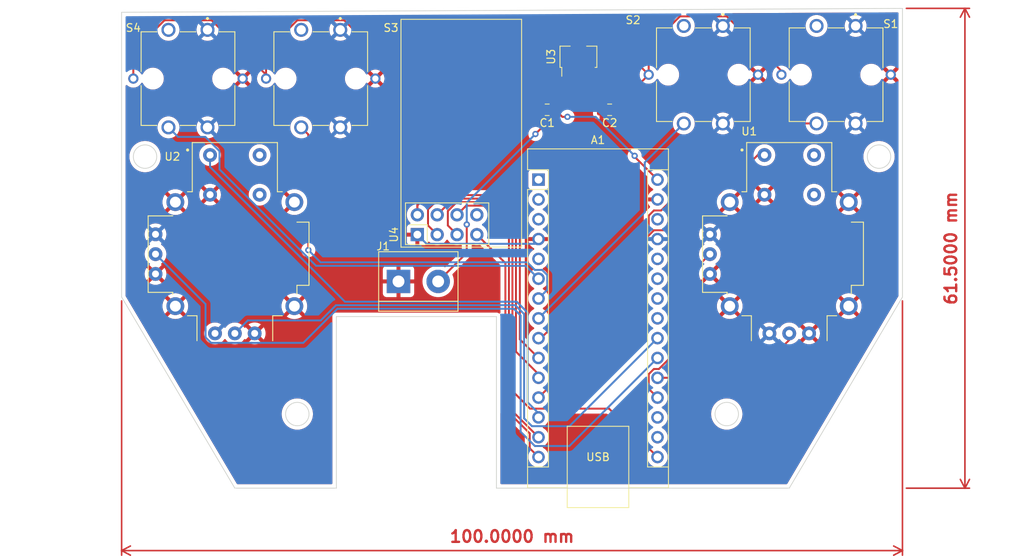
<source format=kicad_pcb>
(kicad_pcb (version 20211014) (generator pcbnew)
  (layers (0 "F.Cu" signal) (31 "B.Cu" signal) (34 "B.Paste" user) (35 "F.Paste" user) (36 "B.SilkS" user "B.Silkscreen") (37 "F.SilkS" user "F.Silkscreen") (38 "B.Mask" user) (39 "F.Mask" user) (44 "Edge.Cuts" user))
  (net 0 "")
  (net 4 "GND")
  (net 6 "/D3")
  (net 7 "/D4")
  (net 8 "/D5")
  (net 9 "/D6")
  (net 10 "/D7")
  (net 11 "/D8")
  (net 12 "/D9")
  (net 13 "/D10")
  (net 14 "/D11")
  (net 15 "/D12")
  (net 16 "/D13")
  (net 19 "/A0")
  (net 20 "/A1")
  (net 21 "/A2")
  (net 22 "/A3")
  (net 27 "+5V")
  (net 29 "+6V")
  (net 30 "+3V3")
  (footprint "TSD1265:SW_TSD1265" (layer "F.Cu") (at 137 79)
    (fp_text reference "S3" (at 9 -6.5) (layer "F.SilkS"))
    (fp_text value "TSD1265")
    (fp_line (start 4 6) (end 6 6) (layer "F.SilkS") (width 0.127))
    (fp_line (start -6 0.9) (end -6 6) (layer "F.SilkS") (width 0.127))
    (fp_line (start 1 -6) (end -1 -6) (layer "F.SilkS") (width 0.127))
    (fp_line (start 6 -0.9) (end 6 -6) (layer "F.SilkS") (width 0.127))
    (fp_line (start -1 6) (end 1 6) (layer "F.SilkS") (width 0.127))
    (fp_line (start -6 6) (end -4 6) (layer "F.SilkS") (width 0.127))
    (fp_line (start 6 -6) (end 4 -6) (layer "F.SilkS") (width 0.127))
    (fp_line (start -6 -6) (end -6 -0.9) (layer "F.SilkS") (width 0.127))
    (fp_line (start -4 -6) (end -6 -6) (layer "F.SilkS") (width 0.127))
    (fp_line (start 6 6) (end 6 0.9) (layer "F.SilkS") (width 0.127))
    (fp_circle (center 2.5 -7.7) (end 2.6 -7.7) (layer "F.SilkS") (width 0.2) (fill none))
    (pad "" np_thru_hole circle locked (at 4.5 0) (size 1.8 1.8) (drill 1.8) (layers *.Cu *.Mask))
    (pad "" np_thru_hole circle locked (at -4.5 0) (size 1.8 1.8) (drill 1.8) (layers *.Cu *.Mask))
    (pad "A" thru_hole circle locked (at -2.5 -6.25) (size 1.8 1.8) (drill 1.2) (layers *.Cu *.Mask) (net 7 "/D4"))
    (pad "B" thru_hole circle locked (at 2.5 -6.25) (size 1.8 1.8) (drill 1.2) (layers *.Cu *.Mask) (net 27 "+5V"))
    (pad "C" thru_hole circle locked (at -2.5 6.25) (size 1.8 1.8) (drill 1.2) (layers *.Cu *.Mask) (net 7 "/D4"))
    (pad "D" thru_hole circle locked (at 2.5 6.25) (size 1.8 1.8) (drill 1.2) (layers *.Cu *.Mask) (net 27 "+5V"))
    (pad "E" thru_hole circle locked (at -7 0) (size 1.308 1.308) (drill 0.8) (layers *.Cu *.Mask) (net 30 "+3V3"))
    (pad "F" thru_hole circle locked (at 7 0) (size 1.308 1.308) (drill 0.8) (layers *.Cu *.Mask) (net 4 "GND"))
  )
  (footprint "TerminalBlock:TerminalBlock_bornier-2_P5.08mm" (layer "F.Cu") (at 146.96 105)
    (fp_text reference "J1" (at -1.96 -4.5) (layer "F.SilkS"))
    (fp_text value "BATT 6V")
    (fp_line (start -2.54 -3.81) (end -2.54 3.81) (layer "F.SilkS") (width 0.12))
    (fp_line (start -2.54 3.81) (end 7.62 3.81) (layer "F.SilkS") (width 0.12))
    (fp_line (start 7.62 2.54) (end -2.54 2.54) (layer "F.SilkS") (width 0.12))
    (fp_line (start 7.62 3.81) (end 7.62 -3.81) (layer "F.SilkS") (width 0.12))
    (fp_line (start 7.62 -3.81) (end -2.54 -3.81) (layer "F.SilkS") (width 0.12))
    (pad "1" thru_hole rect (at 0 0) (size 3 3) (drill 1.52) (layers *.Cu *.Mask) (net 4 "GND"))
    (pad "2" thru_hole circle (at 5.08 0) (size 3 3) (drill 1.52) (layers *.Cu *.Mask) (net 29 "+6V"))
  )
  (footprint "RF_Module:nRF24L01_Breakout" (layer "F.Cu") (at 149.375 99 90)
    (fp_text reference "U4" (at 0 -3 90) (layer "F.SilkS"))
    (fp_text value "NRF24L01_Breakout")
    (fp_line (start 1.27 -1.016) (end 1.27 1.27) (layer "F.SilkS") (width 0.12))
    (fp_line (start -1.6 13.35) (end -1.6 -2.1) (layer "F.SilkS") (width 0.12))
    (fp_line (start -1.6 -2.1) (end -1.6 -2.1) (layer "F.SilkS") (width 0.12))
    (fp_line (start 4.064 -1.524) (end 4.064 9.144) (layer "F.SilkS") (width 0.12))
    (fp_line (start 27.6 -2.1) (end 27.6 13.35) (layer "F.SilkS") (width 0.12))
    (fp_line (start 4.064 9.144) (end -1.27 9.144) (layer "F.SilkS") (width 0.12))
    (fp_line (start 1.27 1.27) (end -1.016 1.27) (layer "F.SilkS") (width 0.12))
    (fp_line (start -1.27 9.144) (end -1.27 9.144) (layer "F.SilkS") (width 0.12))
    (fp_line (start -1.016 1.27) (end -1.016 1.27) (layer "F.SilkS") (width 0.12))
    (fp_line (start -1.6 -2.1) (end 27.6 -2.1) (layer "F.SilkS") (width 0.12))
    (fp_line (start -1.27 -1.524) (end 4.064 -1.524) (layer "F.SilkS") (width 0.12))
    (fp_line (start 27.6 13.35) (end -1.6 13.35) (layer "F.SilkS") (width 0.12))
    (fp_line (start -1.27 9.144) (end -1.27 -1.524) (layer "F.SilkS") (width 0.12))
    (fp_line (start -1.27 -1.524) (end -1.27 -1.524) (layer "F.SilkS") (width 0.12))
    (pad "1" thru_hole rect (at 0 0 90) (size 1.7 1.7) (drill 1) (layers *.Cu *.Mask) (net 4 "GND"))
    (pad "2" thru_hole circle (at 2.54 0 90) (size 1.7 1.7) (drill 1) (layers *.Cu *.Mask) (net 30 "+3V3"))
    (pad "3" thru_hole circle (at 0 2.54 90) (size 1.7 1.7) (drill 1) (layers *.Cu *.Mask) (net 10 "/D7"))
    (pad "4" thru_hole circle (at 2.54 2.54 90) (size 1.7 1.7) (drill 1) (layers *.Cu *.Mask) (net 11 "/D8"))
    (pad "5" thru_hole circle (at 0 5.08 90) (size 1.7 1.7) (drill 1) (layers *.Cu *.Mask) (net 16 "/D13"))
    (pad "6" thru_hole circle (at 2.54 5.08 90) (size 1.7 1.7) (drill 1) (layers *.Cu *.Mask) (net 14 "/D11"))
    (pad "7" thru_hole circle (at 0 7.62 90) (size 1.7 1.7) (drill 1) (layers *.Cu *.Mask) (net 15 "/D12"))
    (pad "8" thru_hole circle (at 2.54 7.62 90) (size 1.7 1.7) (drill 1) (layers *.Cu *.Mask))
  )
  (footprint "Package_TO_SOT_SMD:SOT-89-3_Handsoldering" (layer "F.Cu") (at 170 76.5 90)
    (fp_text reference "U3" (at 0.3 -3.5 90) (layer "F.SilkS"))
    (fp_text value "AZ1117-3.3")
    (fp_line (start -1.06 2.36) (end -1.06 2.13) (layer "F.SilkS") (width 0.12))
    (fp_line (start -1.06 -2.36) (end -1.06 -2.13) (layer "F.SilkS") (width 0.12))
    (fp_line (start -2.2 -2.13) (end -1.06 -2.13) (layer "F.SilkS") (width 0.12))
    (fp_line (start 1.66 -2.36) (end 1.66 -1.05) (layer "F.SilkS") (width 0.12))
    (fp_line (start 1.66 2.36) (end -1.06 2.36) (layer "F.SilkS") (width 0.12))
    (fp_line (start 1.66 1.05) (end 1.66 2.36) (layer "F.SilkS") (width 0.12))
    (fp_line (start -1.06 -2.36) (end 1.66 -2.36) (layer "F.SilkS") (width 0.12))
    (pad "1" smd rect (at -2.15 -1.5 90) (size 2.3 0.9) (layers "F.Cu" "F.Paste" "F.Mask") (net 4 "GND"))
    (pad "2" smd custom (at -2.0625 0 90) (size 2.475 0.9) (layers "F.Cu" "F.Paste" "F.Mask") (net 30 "+3V3") (options (clearance outline) (anchor rect)) (primitives (gr_poly (pts (xy 5.3625 0.8665) (xy 1.2375 0.8665) (xy 1.2375 -0.8665) (xy 5.3625 -0.8665)) (width 0) (fill yes))))
    (pad "3" smd rect (at -2.15 1.5 90) (size 2.3 0.9) (layers "F.Cu" "F.Paste" "F.Mask") (net 29 "+6V"))
  )
  (footprint "TSD1265:SW_TSD1265" (layer "F.Cu") (at 186 78.5)
    (fp_text reference "S2" (at -9 -7) (layer "F.SilkS"))
    (fp_text value "TSD1265")
    (fp_line (start 1 -6) (end -1 -6) (layer "F.SilkS") (width 0.127))
    (fp_line (start -6 6) (end -4 6) (layer "F.SilkS") (width 0.127))
    (fp_line (start -6 -6) (end -6 -0.9) (layer "F.SilkS") (width 0.127))
    (fp_line (start -4 -6) (end -6 -6) (layer "F.SilkS") (width 0.127))
    (fp_line (start 6 -6) (end 4 -6) (layer "F.SilkS") (width 0.127))
    (fp_line (start -1 6) (end 1 6) (layer "F.SilkS") (width 0.127))
    (fp_line (start 6 -0.9) (end 6 -6) (layer "F.SilkS") (width 0.127))
    (fp_line (start 6 6) (end 6 0.9) (layer "F.SilkS") (width 0.127))
    (fp_line (start -6 0.9) (end -6 6) (layer "F.SilkS") (width 0.127))
    (fp_line (start 4 6) (end 6 6) (layer "F.SilkS") (width 0.127))
    (fp_circle (center 2.5 -7.7) (end 2.6 -7.7) (layer "F.SilkS") (width 0.2) (fill none))
    (pad "" np_thru_hole circle locked (at 4.5 0) (size 1.8 1.8) (drill 1.8) (layers *.Cu *.Mask))
    (pad "" np_thru_hole circle locked (at -4.5 0) (size 1.8 1.8) (drill 1.8) (layers *.Cu *.Mask))
    (pad "A" thru_hole circle locked (at -2.5 -6.25) (size 1.8 1.8) (drill 1.2) (layers *.Cu *.Mask) (net 8 "/D5"))
    (pad "B" thru_hole circle locked (at 2.5 -6.25) (size 1.8 1.8) (drill 1.2) (layers *.Cu *.Mask) (net 27 "+5V"))
    (pad "C" thru_hole circle locked (at -2.5 6.25) (size 1.8 1.8) (drill 1.2) (layers *.Cu *.Mask) (net 8 "/D5"))
    (pad "D" thru_hole circle locked (at 2.5 6.25) (size 1.8 1.8) (drill 1.2) (layers *.Cu *.Mask) (net 27 "+5V"))
    (pad "E" thru_hole circle locked (at -7 0) (size 1.308 1.308) (drill 0.8) (layers *.Cu *.Mask) (net 30 "+3V3"))
    (pad "F" thru_hole circle locked (at 7 0) (size 1.308 1.308) (drill 0.8) (layers *.Cu *.Mask) (net 4 "GND"))
  )
  (footprint "TSD1265:SW_TSD1265" (layer "F.Cu") (at 120 79)
    (fp_text reference "S4" (at -7 -6.5) (layer "F.SilkS"))
    (fp_text value "TSD1265")
    (fp_line (start -6 6) (end -4 6) (layer "F.SilkS") (width 0.127))
    (fp_line (start 6 -6) (end 4 -6) (layer "F.SilkS") (width 0.127))
    (fp_line (start -4 -6) (end -6 -6) (layer "F.SilkS") (width 0.127))
    (fp_line (start -6 -6) (end -6 -0.9) (layer "F.SilkS") (width 0.127))
    (fp_line (start -1 6) (end 1 6) (layer "F.SilkS") (width 0.127))
    (fp_line (start 6 6) (end 6 0.9) (layer "F.SilkS") (width 0.127))
    (fp_line (start -6 0.9) (end -6 6) (layer "F.SilkS") (width 0.127))
    (fp_line (start 4 6) (end 6 6) (layer "F.SilkS") (width 0.127))
    (fp_line (start 1 -6) (end -1 -6) (layer "F.SilkS") (width 0.127))
    (fp_line (start 6 -0.9) (end 6 -6) (layer "F.SilkS") (width 0.127))
    (fp_circle (center 2.5 -7.7) (end 2.6 -7.7) (layer "F.SilkS") (width 0.2) (fill none))
    (pad "" np_thru_hole circle locked (at -4.5 0) (size 1.8 1.8) (drill 1.8) (layers *.Cu *.Mask))
    (pad "" np_thru_hole circle locked (at 4.5 0) (size 1.8 1.8) (drill 1.8) (layers *.Cu *.Mask))
    (pad "A" thru_hole circle locked (at -2.5 -6.25) (size 1.8 1.8) (drill 1.2) (layers *.Cu *.Mask) (net 6 "/D3"))
    (pad "B" thru_hole circle locked (at 2.5 -6.25) (size 1.8 1.8) (drill 1.2) (layers *.Cu *.Mask) (net 27 "+5V"))
    (pad "C" thru_hole circle locked (at -2.5 6.25) (size 1.8 1.8) (drill 1.2) (layers *.Cu *.Mask) (net 6 "/D3"))
    (pad "D" thru_hole circle locked (at 2.5 6.25) (size 1.8 1.8) (drill 1.2) (layers *.Cu *.Mask) (net 27 "+5V"))
    (pad "E" thru_hole circle locked (at -7 0) (size 1.308 1.308) (drill 0.8) (layers *.Cu *.Mask) (net 30 "+3V3"))
    (pad "F" thru_hole circle locked (at 7 0) (size 1.308 1.308) (drill 0.8) (layers *.Cu *.Mask) (net 4 "GND"))
  )
  (footprint "Capacitor_SMD:C_0805_2012Metric_Pad1.18x1.45mm_HandSolder" (layer "F.Cu") (at 174 83 180)
    (fp_text reference "C2" (at 0 -1.68) (layer "F.SilkS"))
    (fp_text value "22UF")
    (fp_line (start -0.261252 0.735) (end 0.261252 0.735) (layer "F.SilkS") (width 0.12))
    (fp_line (start -0.261252 -0.735) (end 0.261252 -0.735) (layer "F.SilkS") (width 0.12))
    (pad "1" smd roundrect (at -1.0375 0 180) (size 1.175 1.45) (layers "F.Cu" "F.Paste" "F.Mask") (roundrect_rratio 0.2127659574) (net 30 "+3V3"))
    (pad "2" smd roundrect (at 1.0375 0 180) (size 1.175 1.45) (layers "F.Cu" "F.Paste" "F.Mask") (roundrect_rratio 0.2127659574) (net 4 "GND"))
  )
  (footprint "Module:Arduino_Nano" (layer "F.Cu") (at 164.89 91.95)
    (fp_text reference "A1" (at 7.62 -5.08) (layer "F.SilkS"))
    (fp_text value "Arduino_Nano_v3.x")
    (fp_text user "USB" (at 7.62 35.56 unlocked) (layer "F.SilkS"))
    (fp_line (start 16.64 -3.94) (end -1.4 -3.94) (layer "F.SilkS") (width 0.12))
    (fp_line (start -1.4 1.27) (end -1.4 39.5) (layer "F.SilkS") (width 0.12))
    (fp_line (start 1.27 36.83) (end -1.4 36.83) (layer "F.SilkS") (width 0.12))
    (fp_line (start 1.27 -1.27) (end -1.4 -1.27) (layer "F.SilkS") (width 0.12))
    (fp_line (start 1.27 1.27) (end 1.27 36.83) (layer "F.SilkS") (width 0.12))
    (fp_line (start 3.68 42.04) (end 3.68 31.62) (layer "F.SilkS") (width 0.12))
    (fp_line (start 1.27 1.27) (end 1.27 -1.27) (layer "F.SilkS") (width 0.12))
    (fp_line (start 16.64 39.5) (end 16.64 -3.94) (layer "F.SilkS") (width 0.12))
    (fp_line (start -1.4 39.5) (end 3.68 39.5) (layer "F.SilkS") (width 0.12))
    (fp_line (start 16.64 39.5) (end 11.56 39.5) (layer "F.SilkS") (width 0.12))
    (fp_line (start 11.56 42.04) (end 3.68 42.04) (layer "F.SilkS") (width 0.12))
    (fp_line (start 13.97 -1.27) (end 13.97 36.83) (layer "F.SilkS") (width 0.12))
    (fp_line (start 11.56 31.62) (end 11.56 42.04) (layer "F.SilkS") (width 0.12))
    (fp_line (start 3.68 31.62) (end 11.56 31.62) (layer "F.SilkS") (width 0.12))
    (fp_line (start -1.4 -3.94) (end -1.4 -1.27) (layer "F.SilkS") (width 0.12))
    (fp_line (start 1.27 1.27) (end -1.4 1.27) (layer "F.SilkS") (width 0.12))
    (fp_line (start 13.97 36.83) (end 16.64 36.83) (layer "F.SilkS") (width 0.12))
    (fp_line (start 13.97 -1.27) (end 16.64 -1.27) (layer "F.SilkS") (width 0.12))
    (pad "1" thru_hole rect (at 0 0) (size 1.6 1.6) (drill 1) (layers *.Cu *.Mask))
    (pad "2" thru_hole oval (at 0 2.54) (size 1.6 1.6) (drill 1) (layers *.Cu *.Mask))
    (pad "3" thru_hole oval (at 0 5.08) (size 1.6 1.6) (drill 1) (layers *.Cu *.Mask))
    (pad "4" thru_hole oval (at 0 7.62) (size 1.6 1.6) (drill 1) (layers *.Cu *.Mask) (net 4 "GND"))
    (pad "5" thru_hole oval (at 0 10.16) (size 1.6 1.6) (drill 1) (layers *.Cu *.Mask))
    (pad "6" thru_hole oval (at 0 12.7) (size 1.6 1.6) (drill 1) (layers *.Cu *.Mask) (net 6 "/D3"))
    (pad "7" thru_hole oval (at 0 15.24) (size 1.6 1.6) (drill 1) (layers *.Cu *.Mask) (net 7 "/D4"))
    (pad "8" thru_hole oval (at 0 17.78) (size 1.6 1.6) (drill 1) (layers *.Cu *.Mask) (net 8 "/D5"))
    (pad "9" thru_hole oval (at 0 20.32) (size 1.6 1.6) (drill 1) (layers *.Cu *.Mask) (net 9 "/D6"))
    (pad "10" thru_hole oval (at 0 22.86) (size 1.6 1.6) (drill 1) (layers *.Cu *.Mask) (net 10 "/D7"))
    (pad "11" thru_hole oval (at 0 25.4) (size 1.6 1.6) (drill 1) (layers *.Cu *.Mask) (net 11 "/D8"))
    (pad "12" thru_hole oval (at 0 27.94) (size 1.6 1.6) (drill 1) (layers *.Cu *.Mask) (net 12 "/D9"))
    (pad "13" thru_hole oval (at 0 30.48) (size 1.6 1.6) (drill 1) (layers *.Cu *.Mask) (net 13 "/D10"))
    (pad "14" thru_hole oval (at 0 33.02) (size 1.6 1.6) (drill 1) (layers *.Cu *.Mask) (net 14 "/D11"))
    (pad "15" thru_hole oval (at 0 35.56) (size 1.6 1.6) (drill 1) (layers *.Cu *.Mask) (net 15 "/D12"))
    (pad "16" thru_hole oval (at 15.24 35.56) (size 1.6 1.6) (drill 1) (layers *.Cu *.Mask) (net 16 "/D13"))
    (pad "17" thru_hole oval (at 15.24 33.02) (size 1.6 1.6) (drill 1) (layers *.Cu *.Mask))
    (pad "18" thru_hole oval (at 15.24 30.48) (size 1.6 1.6) (drill 1) (layers *.Cu *.Mask))
    (pad "19" thru_hole oval (at 15.24 27.94) (size 1.6 1.6) (drill 1) (layers *.Cu *.Mask) (net 19 "/A0"))
    (pad "20" thru_hole oval (at 15.24 25.4) (size 1.6 1.6) (drill 1) (layers *.Cu *.Mask) (net 20 "/A1"))
    (pad "21" thru_hole oval (at 15.24 22.86) (size 1.6 1.6) (drill 1) (layers *.Cu *.Mask) (net 21 "/A2"))
    (pad "22" thru_hole oval (at 15.24 20.32) (size 1.6 1.6) (drill 1) (layers *.Cu *.Mask) (net 22 "/A3"))
    (pad "23" thru_hole oval (at 15.24 17.78) (size 1.6 1.6) (drill 1) (layers *.Cu *.Mask))
    (pad "24" thru_hole oval (at 15.24 15.24) (size 1.6 1.6) (drill 1) (layers *.Cu *.Mask))
    (pad "25" thru_hole oval (at 15.24 12.7) (size 1.6 1.6) (drill 1) (layers *.Cu *.Mask))
    (pad "26" thru_hole oval (at 15.24 10.16) (size 1.6 1.6) (drill 1) (layers *.Cu *.Mask))
    (pad "27" thru_hole oval (at 15.24 7.62) (size 1.6 1.6) (drill 1) (layers *.Cu *.Mask) (net 27 "+5V"))
    (pad "28" thru_hole oval (at 15.24 5.08) (size 1.6 1.6) (drill 1) (layers *.Cu *.Mask))
    (pad "29" thru_hole oval (at 15.24 2.54) (size 1.6 1.6) (drill 1) (layers *.Cu *.Mask) (net 4 "GND"))
    (pad "30" thru_hole oval (at 15.24 0) (size 1.6 1.6) (drill 1) (layers *.Cu *.Mask) (net 29 "+6V"))
  )
  (footprint "COM-09032:XDCR_COM-09032" (layer "F.Cu") (at 197 101.5)
    (fp_text reference "U1" (at -5.125 -15.735) (layer "F.SilkS"))
    (fp_text value "COM-09032")
    (fp_line (start -7.95 4.9) (end -11.1 4.9) (layer "F.SilkS") (width 0.127))
    (fp_line (start -4.85 11.1) (end -4.85 7.9) (layer "F.SilkS") (width 0.127))
    (fp_line (start 9.5 -4.1) (end 9.5 4) (layer "F.SilkS") (width 0.127))
    (fp_line (start 4.85 7.9) (end 4.85 11.1) (layer "F.SilkS") (width 0.127))
    (fp_line (start -11.1 -4.9) (end -7.95 -4.9) (layer "F.SilkS") (width 0.127))
    (fp_line (start -6.07 -8) (end -5.45 -8) (layer "F.SilkS") (width 0.127))
    (fp_line (start -7.95 5.17) (end -7.95 4.9) (layer "F.SilkS") (width 0.127))
    (fp_line (start 7.95 4) (end 7.95 5.12) (layer "F.SilkS") (width 0.127))
    (fp_line (start -11.1 4.9) (end -11.1 -4.9) (layer "F.SilkS") (width 0.127))
    (fp_line (start 5.45 -14.3) (end 5.45 -8) (layer "F.SilkS") (width 0.127))
    (fp_line (start 6.08 7.9) (end 4.85 7.9) (layer "F.SilkS") (width 0.127))
    (fp_line (start -5.45 -14.3) (end 5.45 -14.3) (layer "F.SilkS") (width 0.127))
    (fp_line (start -5.45 -8) (end -5.45 -14.3) (layer "F.SilkS") (width 0.127))
    (fp_line (start -4.85 7.9) (end -6.07 7.9) (layer "F.SilkS") (width 0.127))
    (fp_line (start 7.95 -4.1) (end 9.5 -4.1) (layer "F.SilkS") (width 0.127))
    (fp_line (start 9.5 4) (end 7.95 4) (layer "F.SilkS") (width 0.127))
    (fp_line (start 5.45 -8) (end 6.08 -8) (layer "F.SilkS") (width 0.127))
    (fp_circle (center -6.05 -13.35) (end -5.95 -13.35) (layer "F.SilkS") (width 0.2) (fill none))
    (pad "B1A" thru_hole circle locked (at -3.175 -12.7) (size 1.778 1.778) (drill 0.9) (layers *.Cu *.Mask) (net 12 "/D9"))
    (pad "B1B" thru_hole circle locked (at 3.175 -12.7) (size 1.778 1.778) (drill 0.9) (layers *.Cu *.Mask))
    (pad "B2A" thru_hole circle locked (at -3.175 -7.62) (size 1.778 1.778) (drill 0.9) (layers *.Cu *.Mask) (net 4 "GND"))
    (pad "B2B" thru_hole circle locked (at 3.175 -7.62) (size 1.778 1.778) (drill 0.9) (layers *.Cu *.Mask))
    (pad "H1" thru_hole circle locked (at -2.54 10.16) (size 1.778 1.778) (drill 0.889) (layers *.Cu *.Mask) (net 27 "+5V"))
    (pad "H2" thru_hole circle locked (at 0 10.16) (size 1.778 1.778) (drill 0.889) (layers *.Cu *.Mask) (net 20 "/A1"))
    (pad "H3" thru_hole circle locked (at 2.54 10.16) (size 1.778 1.778) (drill 0.889) (layers *.Cu *.Mask) (net 4 "GND"))
    (pad "S1" thru_hole circle locked (at -7.62 -6.6675) (size 2.286 2.286) (drill 1.397) (layers *.Cu *.Mask) (net 4 "GND"))
    (pad "S2" thru_hole circle locked (at -7.62 6.6675) (size 2.286 2.286) (drill 1.397) (layers *.Cu *.Mask) (net 4 "GND"))
    (pad "S3" thru_hole circle locked (at 7.62 6.6675) (size 2.286 2.286) (drill 1.397) (layers *.Cu *.Mask) (net 4 "GND"))
    (pad "S4" thru_hole circle locked (at 7.62 -6.6675) (size 2.286 2.286) (drill 1.397) (layers *.Cu *.Mask) (net 4 "GND"))
    (pad "V1" thru_hole circle locked (at -10.16 -2.54) (size 1.778 1.778) (drill 0.889) (layers *.Cu *.Mask) (net 27 "+5V"))
    (pad "V2" thru_hole circle locked (at -10.16 0) (size 1.778 1.778) (drill 0.889) (layers *.Cu *.Mask) (net 19 "/A0"))
    (pad "V3" thru_hole circle locked (at -10.16 2.54) (size 1.778 1.778) (drill 0.889) (layers *.Cu *.Mask) (net 4 "GND"))
  )
  (footprint "TSD1265:SW_TSD1265" (layer "F.Cu") (at 203 78.5)
    (fp_text reference "S1" (at 7 -6.5) (layer "F.SilkS"))
    (fp_text value "TSD1265")
    (fp_line (start 6 6) (end 6 0.9) (layer "F.SilkS") (width 0.127))
    (fp_line (start 6 -0.9) (end 6 -6) (layer "F.SilkS") (width 0.127))
    (fp_line (start 1 -6) (end -1 -6) (layer "F.SilkS") (width 0.127))
    (fp_line (start -1 6) (end 1 6) (layer "F.SilkS") (width 0.127))
    (fp_line (start 4 6) (end 6 6) (layer "F.SilkS") (width 0.127))
    (fp_line (start -6 -6) (end -6 -0.9) (layer "F.SilkS") (width 0.127))
    (fp_line (start -6 6) (end -4 6) (layer "F.SilkS") (width 0.127))
    (fp_line (start 6 -6) (end 4 -6) (layer "F.SilkS") (width 0.127))
    (fp_line (start -4 -6) (end -6 -6) (layer "F.SilkS") (width 0.127))
    (fp_line (start -6 0.9) (end -6 6) (layer "F.SilkS") (width 0.127))
    (fp_circle (center 2.5 -7.7) (end 2.6 -7.7) (layer "F.SilkS") (width 0.2) (fill none))
    (pad "" np_thru_hole circle locked (at 4.5 0) (size 1.8 1.8) (drill 1.8) (layers *.Cu *.Mask))
    (pad "" np_thru_hole circle locked (at -4.5 0) (size 1.8 1.8) (drill 1.8) (layers *.Cu *.Mask))
    (pad "A" thru_hole circle locked (at -2.5 -6.25) (size 1.8 1.8) (drill 1.2) (layers *.Cu *.Mask) (net 9 "/D6"))
    (pad "B" thru_hole circle locked (at 2.5 -6.25) (size 1.8 1.8) (drill 1.2) (layers *.Cu *.Mask) (net 27 "+5V"))
    (pad "C" thru_hole circle locked (at -2.5 6.25) (size 1.8 1.8) (drill 1.2) (layers *.Cu *.Mask) (net 9 "/D6"))
    (pad "D" thru_hole circle locked (at 2.5 6.25) (size 1.8 1.8) (drill 1.2) (layers *.Cu *.Mask) (net 27 "+5V"))
    (pad "E" thru_hole circle locked (at -7 0) (size 1.308 1.308) (drill 0.8) (layers *.Cu *.Mask) (net 30 "+3V3"))
    (pad "F" thru_hole circle locked (at 7 0) (size 1.308 1.308) (drill 0.8) (layers *.Cu *.Mask) (net 4 "GND"))
  )
  (footprint "COM-09032:XDCR_COM-09032" (layer "F.Cu") (at 126 101.5)
    (fp_text reference "U2" (at -8 -12.5) (layer "F.SilkS"))
    (fp_text value "COM-09032")
    (fp_line (start -11.1 -4.9) (end -7.95 -4.9) (layer "F.SilkS") (width 0.127))
    (fp_line (start -4.85 7.9) (end -6.07 7.9) (layer "F.SilkS") (width 0.127))
    (fp_line (start 9.5 4) (end 7.95 4) (layer "F.SilkS") (width 0.127))
    (fp_line (start 5.45 -14.3) (end 5.45 -8) (layer "F.SilkS") (width 0.127))
    (fp_line (start -11.1 4.9) (end -11.1 -4.9) (layer "F.SilkS") (width 0.127))
    (fp_line (start 4.85 7.9) (end 4.85 11.1) (layer "F.SilkS") (width 0.127))
    (fp_line (start -5.45 -14.3) (end 5.45 -14.3) (layer "F.SilkS") (width 0.127))
    (fp_line (start -7.95 4.9) (end -11.1 4.9) (layer "F.SilkS") (width 0.127))
    (fp_line (start 9.5 -4.1) (end 9.5 4) (layer "F.SilkS") (width 0.127))
    (fp_line (start 7.95 -4.1) (end 9.5 -4.1) (layer "F.SilkS") (width 0.127))
    (fp_line (start -7.95 5.17) (end -7.95 4.9) (layer "F.SilkS") (width 0.127))
    (fp_line (start -4.85 11.1) (end -4.85 7.9) (layer "F.SilkS") (width 0.127))
    (fp_line (start -6.07 -8) (end -5.45 -8) (layer "F.SilkS") (width 0.127))
    (fp_line (start 7.95 4) (end 7.95 5.12) (layer "F.SilkS") (width 0.127))
    (fp_line (start 5.45 -8) (end 6.08 -8) (layer "F.SilkS") (width 0.127))
    (fp_line (start 6.08 7.9) (end 4.85 7.9) (layer "F.SilkS") (width 0.127))
    (fp_line (start -5.45 -8) (end -5.45 -14.3) (layer "F.SilkS") (width 0.127))
    (fp_circle (center -6.05 -13.35) (end -5.95 -13.35) (layer "F.SilkS") (width 0.2) (fill none))
    (pad "B1A" thru_hole circle locked (at -3.175 -12.7) (size 1.778 1.778) (drill 0.9) (layers *.Cu *.Mask) (net 13 "/D10"))
    (pad "B1B" thru_hole circle locked (at 3.175 -12.7) (size 1.778 1.778) (drill 0.9) (layers *.Cu *.Mask))
    (pad "B2A" thru_hole circle locked (at -3.175 -7.62) (size 1.778 1.778) (drill 0.9) (layers *.Cu *.Mask) (net 4 "GND"))
    (pad "B2B" thru_hole circle locked (at 3.175 -7.62) (size 1.778 1.778) (drill 0.9) (layers *.Cu *.Mask))
    (pad "H1" thru_hole circle locked (at -2.54 10.16) (size 1.778 1.778) (drill 0.889) (layers *.Cu *.Mask) (net 27 "+5V"))
    (pad "H2" thru_hole circle locked (at 0 10.16) (size 1.778 1.778) (drill 0.889) (layers *.Cu *.Mask) (net 22 "/A3"))
    (pad "H3" thru_hole circle locked (at 2.54 10.16) (size 1.778 1.778) (drill 0.889) (layers *.Cu *.Mask) (net 4 "GND"))
    (pad "S1" thru_hole circle locked (at -7.62 -6.6675) (size 2.286 2.286) (drill 1.397) (layers *.Cu *.Mask) (net 4 "GND"))
    (pad "S2" thru_hole circle locked (at -7.62 6.6675) (size 2.286 2.286) (drill 1.397) (layers *.Cu *.Mask) (net 4 "GND"))
    (pad "S3" thru_hole circle locked (at 7.62 6.6675) (size 2.286 2.286) (drill 1.397) (layers *.Cu *.Mask) (net 4 "GND"))
    (pad "S4" thru_hole circle locked (at 7.62 -6.6675) (size 2.286 2.286) (drill 1.397) (layers *.Cu *.Mask) (net 4 "GND"))
    (pad "V1" thru_hole circle locked (at -10.16 -2.54) (size 1.778 1.778) (drill 0.889) (layers *.Cu *.Mask) (net 27 "+5V"))
    (pad "V2" thru_hole circle locked (at -10.16 0) (size 1.778 1.778) (drill 0.889) (layers *.Cu *.Mask) (net 21 "/A2"))
    (pad "V3" thru_hole circle locked (at -10.16 2.54) (size 1.778 1.778) (drill 0.889) (layers *.Cu *.Mask) (net 4 "GND"))
  )
  (footprint "Capacitor_SMD:C_0805_2012Metric_Pad1.18x1.45mm_HandSolder" (layer "F.Cu") (at 166 83 180)
    (fp_text reference "C1" (at 0 -1.68) (layer "F.SilkS"))
    (fp_text value "10UF")
    (fp_line (start -0.261252 -0.735) (end 0.261252 -0.735) (layer "F.SilkS") (width 0.12))
    (fp_line (start -0.261252 0.735) (end 0.261252 0.735) (layer "F.SilkS") (width 0.12))
    (pad "1" smd roundrect (at -1.0375 0 180) (size 1.175 1.45) (layers "F.Cu" "F.Paste" "F.Mask") (roundrect_rratio 0.2127659574) (net 29 "+6V"))
    (pad "2" smd roundrect (at 1.0375 0 180) (size 1.175 1.45) (layers "F.Cu" "F.Paste" "F.Mask") (roundrect_rratio 0.2127659574) (net 4 "GND"))
  )
  (gr_circle (center 134 122) (end 135.5 122) (layer "Edge.Cuts") (width 0.1) (fill none))
  (gr_circle (center 114.5 89) (end 116 89) (layer "Edge.Cuts") (width 0.1) (fill none))
  (gr_line (start 111.5 70.5) (end 111.5 107) (layer "Edge.Cuts") (width 0.1))
  (gr_line (start 111.5 107) (end 126 131.5) (layer "Edge.Cuts") (width 0.1))
  (gr_line (start 159.5 131.5) (end 197 131.5) (layer "Edge.Cuts") (width 0.1))
  (gr_line (start 126 131.5) (end 139 131.5) (layer "Edge.Cuts") (width 0.1))
  (gr_line (start 111.5 70.5) (end 211.5 70) (layer "Edge.Cuts") (width 0.1))
  (gr_line locked (start 139 109.5) (end 159.5 109.5) (layer "Edge.Cuts") (width 0.1))
  (gr_line (start 159.5 109.5) (end 159.5 131.5) (layer "Edge.Cuts") (width 0.1))
  (gr_line (start 197 131.5) (end 211.5 107) (layer "Edge.Cuts") (width 0.1))
  (gr_circle (center 208.5 89) (end 210 89) (layer "Edge.Cuts") (width 0.1) (fill none))
  (gr_line (start 211.5 70) (end 211.5 107) (layer "Edge.Cuts") (width 0.1))
  (gr_circle (center 189 122) (end 190.5 122) (layer "Edge.Cuts") (width 0.1) (fill none))
  (gr_line (start 139 131.5) (end 139 109.5) (layer "Edge.Cuts") (width 0.1))
  (dimension (type aligned) (layer "F.Cu") (pts (xy 211.5 70) (xy 211.5 131.5)) (height -8) (gr_text "61.5000 mm" (at 217.7 100.75 90) (layer "F.Cu") (effects (font (size 1.5 1.5) (thickness 0.3)))) (format (units 3) (units_format 1) (precision 4)) (style (thickness 0.2) (arrow_length 1.27) (text_position_mode 0) (extension_height 0.58642) (extension_offset 0.5) keep_text_aligned))
  (dimension (type aligned) (layer "F.Cu") (pts (xy 211.5 107) (xy 111.5 107)) (height -32.5) (gr_text "100.0000 mm" (at 161.5 137.7) (layer "F.Cu") (effects (font (size 1.5 1.5) (thickness 0.3)))) (format (units 3) (units_format 1) (precision 4)) (style (thickness 0.2) (arrow_length 1.27) (text_position_mode 0) (extension_height 0.58642) (extension_offset 0.5) keep_text_aligned))
  (segment (start 164.425 100.175) (end 164.9 99.7) (width 0.25) (layer "B.Cu") (net 4))
  (segment (start 150.55 100.175) (end 164.425 100.175) (width 0.25) (layer "B.Cu") (net 4))
  (segment (start 149.375 99) (end 150.55 100.175) (width 0.25) (layer "B.Cu") (net 4))
  (segment (start 122.216856 86.475) (end 124.039 88.297144) (width 0.25) (layer "B.Cu") (net 6))
  (segment (start 124.039 90.634839) (end 136.404161 103) (width 0.25) (layer "B.Cu") (net 6))
  (segment (start 124.039 88.297144) (end 124.039 90.634839) (width 0.25) (layer "B.Cu") (net 6))
  (segment (start 136.404161 103) (end 163.24 103) (width 0.25) (layer "B.Cu") (net 6))
  (segment (start 163.24 103) (end 164.89 104.65) (width 0.25) (layer "B.Cu") (net 6))
  (segment (start 117.5 85.25) (end 118.725 86.475) (width 0.25) (layer "B.Cu") (net 6))
  (segment (start 118.725 86.475) (end 122.216856 86.475) (width 0.25) (layer "B.Cu") (net 6))
  (segment (start 135.414379 100.98562) (end 135.414379 96.914379) (width 0.25) (layer "F.Cu") (net 7))
  (segment (start 135.4 86.15) (end 134.5 85.25) (width 0.25) (layer "F.Cu") (net 7))
  (segment (start 135.414379 96.914379) (end 135.4 96.9) (width 0.25) (layer "F.Cu") (net 7))
  (segment (start 135.4 96.9) (end 135.4 86.15) (width 0.25) (layer "F.Cu") (net 7))
  (via (at 135.414379 100.98562) (size 0.8) (drill 0.4) (layers "F.Cu" "B.Cu") (net 7))
  (segment (start 166.015 104.184009) (end 166.015 106.065) (width 0.25) (layer "B.Cu") (net 7))
  (segment (start 163.449009 102.55) (end 164.424009 103.525) (width 0.25) (layer "B.Cu") (net 7))
  (segment (start 136.978759 102.55) (end 163.449009 102.55) (width 0.25) (layer "B.Cu") (net 7))
  (segment (start 166.015 106.065) (end 164.89 107.19) (width 0.25) (layer "B.Cu") (net 7))
  (segment (start 135.414379 100.98562) (end 136.978759 102.55) (width 0.25) (layer "B.Cu") (net 7))
  (segment (start 164.424009 103.525) (end 165.355991 103.525) (width 0.25) (layer "B.Cu") (net 7))
  (segment (start 165.355991 103.525) (end 166.015 104.184009) (width 0.25) (layer "B.Cu") (net 7))
  (segment (start 178.5 89.75) (end 178.5 96.12) (width 0.25) (layer "B.Cu") (net 8))
  (segment (start 178.5 96.12) (end 164.89 109.73) (width 0.25) (layer "B.Cu") (net 8))
  (segment (start 183.5 84.75) (end 178.5 89.75) (width 0.25) (layer "B.Cu") (net 8))
  (segment (start 179.664009 95.905) (end 179.005 96.564009) (width 0.25) (layer "F.Cu") (net 9))
  (segment (start 179.005 96.564009) (end 179.005 98.467613) (width 0.25) (layer "F.Cu") (net 9))
  (segment (start 191.75 84.75) (end 180.595 95.905) (width 0.25) (layer "F.Cu") (net 9))
  (segment (start 165.202613 112.27) (end 164.89 112.27) (width 0.25) (layer "F.Cu") (net 9))
  (segment (start 180.595 95.905) (end 179.664009 95.905) (width 0.25) (layer "F.Cu") (net 9))
  (segment (start 179.005 98.467613) (end 165.202613 112.27) (width 0.25) (layer "F.Cu") (net 9))
  (segment (start 200.5 84.75) (end 191.75 84.75) (width 0.25) (layer "F.Cu") (net 9))
  (segment (start 162.5 112.42) (end 164.89 114.81) (width 0.25) (layer "F.Cu") (net 10))
  (segment (start 151.915 99) (end 150.74 97.825) (width 0.25) (layer "F.Cu") (net 10))
  (segment (start 150.74 97.825) (end 150.74 95.76) (width 0.25) (layer "F.Cu") (net 10))
  (segment (start 158.435 93.935) (end 162.5 98) (width 0.25) (layer "F.Cu") (net 10))
  (segment (start 162.5 98) (end 162.5 112.42) (width 0.25) (layer "F.Cu") (net 10))
  (segment (start 152.565 93.935) (end 158.435 93.935) (width 0.25) (layer "F.Cu") (net 10))
  (segment (start 150.74 95.76) (end 152.565 93.935) (width 0.25) (layer "F.Cu") (net 10))
  (segment (start 164.89 116.89) (end 164.89 117.35) (width 0.25) (layer "F.Cu") (net 11))
  (segment (start 162 114) (end 164.89 116.89) (width 0.25) (layer "F.Cu") (net 11))
  (segment (start 158.248604 94.385) (end 162 98.136396) (width 0.25) (layer "F.Cu") (net 11))
  (segment (start 151.915 96.46) (end 153.99 94.385) (width 0.25) (layer "F.Cu") (net 11))
  (segment (start 153.99 94.385) (end 158.248604 94.385) (width 0.25) (layer "F.Cu") (net 11))
  (segment (start 162 98.136396) (end 162 114) (width 0.25) (layer "F.Cu") (net 11))
  (segment (start 166.5 111.609009) (end 166.5 118.28) (width 0.25) (layer "F.Cu") (net 12))
  (segment (start 192.970495 88.8) (end 183.325495 98.445) (width 0.25) (layer "F.Cu") (net 12))
  (segment (start 166.5 118.28) (end 164.89 119.89) (width 0.25) (layer "F.Cu") (net 12))
  (segment (start 179.664009 98.445) (end 166.5 111.609009) (width 0.25) (layer "F.Cu") (net 12))
  (segment (start 183.325495 98.445) (end 179.664009 98.445) (width 0.25) (layer "F.Cu") (net 12))
  (segment (start 193.825 88.8) (end 192.970495 88.8) (width 0.25) (layer "F.Cu") (net 12))
  (segment (start 162.1 107.6) (end 163.5 109) (width 0.25) (layer "B.Cu") (net 13))
  (segment (start 122.825 90.325) (end 140.1 107.6) (width 0.25) (layer "B.Cu") (net 13))
  (segment (start 163.5 109) (end 163.5 120.5) (width 0.25) (layer "B.Cu") (net 13))
  (segment (start 163.5 120.5) (end 164.89 121.89) (width 0.25) (layer "B.Cu") (net 13))
  (segment (start 122.825 88.8) (end 122.825 90.325) (width 0.25) (layer "B.Cu") (net 13))
  (segment (start 140.1 107.6) (end 162.1 107.6) (width 0.25) (layer "B.Cu") (net 13))
  (segment (start 164.89 121.89) (end 164.89 122.43) (width 0.25) (layer "B.Cu") (net 13))
  (segment (start 155.63 95.285) (end 157.875812 95.285) (width 0.25) (layer "F.Cu") (net 14))
  (segment (start 154.455 96.46) (end 155.63 95.285) (width 0.25) (layer "F.Cu") (net 14))
  (segment (start 161.1 98.509188) (end 161.1 121.18) (width 0.25) (layer "F.Cu") (net 14))
  (segment (start 157.875812 95.285) (end 161.1 98.509188) (width 0.25) (layer "F.Cu") (net 14))
  (segment (start 161.1 121.18) (end 164.89 124.97) (width 0.25) (layer "F.Cu") (net 14))
  (segment (start 163.765 124.481396) (end 163.765 126.385) (width 0.25) (layer "F.Cu") (net 15))
  (segment (start 160.65 102.655) (end 160.65 121.366396) (width 0.25) (layer "F.Cu") (net 15))
  (segment (start 163.765 126.385) (end 164.89 127.51) (width 0.25) (layer "F.Cu") (net 15))
  (segment (start 160.65 121.366396) (end 163.765 124.481396) (width 0.25) (layer "F.Cu") (net 15))
  (segment (start 156.995 99) (end 160.65 102.655) (width 0.25) (layer "F.Cu") (net 15))
  (segment (start 161.55 119.05) (end 163.805 121.305) (width 0.25) (layer "F.Cu") (net 16))
  (segment (start 154.455 99) (end 153.28 97.825) (width 0.25) (layer "F.Cu") (net 16))
  (segment (start 163.805 121.305) (end 173.925 121.305) (width 0.25) (layer "F.Cu") (net 16))
  (segment (start 154.418299 94.835) (end 158.062208 94.835) (width 0.25) (layer "F.Cu") (net 16))
  (segment (start 153.28 97.825) (end 153.28 95.973299) (width 0.25) (layer "F.Cu") (net 16))
  (segment (start 158.062208 94.835) (end 161.55 98.322792) (width 0.25) (layer "F.Cu") (net 16))
  (segment (start 153.28 95.973299) (end 154.418299 94.835) (width 0.25) (layer "F.Cu") (net 16))
  (segment (start 161.55 98.322792) (end 161.55 119.05) (width 0.25) (layer "F.Cu") (net 16))
  (segment (start 173.925 121.305) (end 180.13 127.51) (width 0.25) (layer "F.Cu") (net 16))
  (segment (start 182 114.530991) (end 180.305991 116.225) (width 0.25) (layer "F.Cu") (net 19))
  (segment (start 186.84 101.5) (end 182 106.34) (width 0.25) (layer "F.Cu") (net 19))
  (segment (start 179.005 118.765) (end 180.13 119.89) (width 0.25) (layer "F.Cu") (net 19))
  (segment (start 179.005 116.884009) (end 179.005 118.765) (width 0.25) (layer "F.Cu") (net 19))
  (segment (start 180.305991 116.225) (end 179.664009 116.225) (width 0.25) (layer "F.Cu") (net 19))
  (segment (start 182 106.34) (end 182 114.530991) (width 0.25) (layer "F.Cu") (net 19))
  (segment (start 179.664009 116.225) (end 179.005 116.884009) (width 0.25) (layer "F.Cu") (net 19))
  (segment (start 197 111.66) (end 197 112.5) (width 0.25) (layer "F.Cu") (net 20))
  (segment (start 196 113.5) (end 186.136396 113.5) (width 0.25) (layer "F.Cu") (net 20))
  (segment (start 197 112.5) (end 196 113.5) (width 0.25) (layer "F.Cu") (net 20))
  (segment (start 182.286396 117.35) (end 180.13 117.35) (width 0.25) (layer "F.Cu") (net 20))
  (segment (start 186.136396 113.5) (end 182.286396 117.35) (width 0.25) (layer "F.Cu") (net 20))
  (segment (start 122.957144 112.874) (end 134.762396 112.874) (width 0.25) (layer "B.Cu") (net 21))
  (segment (start 161.727208 108.5) (end 162.6 109.372792) (width 0.25) (layer "B.Cu") (net 21))
  (segment (start 134.762396 112.874) (end 139.136396 108.5) (width 0.25) (layer "B.Cu") (net 21))
  (segment (start 168.845 126.095) (end 180.13 114.81) (width 0.25) (layer "B.Cu") (net 21))
  (segment (start 162.6 109.372792) (end 162.6 124.270991) (width 0.25) (layer "B.Cu") (net 21))
  (segment (start 122.246 107.906) (end 122.246 112.162856) (width 0.25) (layer "B.Cu") (net 21))
  (segment (start 164.424009 126.095) (end 168.845 126.095) (width 0.25) (layer "B.Cu") (net 21))
  (segment (start 122.246 112.162856) (end 122.957144 112.874) (width 0.25) (layer "B.Cu") (net 21))
  (segment (start 115.84 101.5) (end 122.246 107.906) (width 0.25) (layer "B.Cu") (net 21))
  (segment (start 162.6 124.270991) (end 164.424009 126.095) (width 0.25) (layer "B.Cu") (net 21))
  (segment (start 139.136396 108.5) (end 161.727208 108.5) (width 0.25) (layer "B.Cu") (net 21))
  (segment (start 127.66 110) (end 137 110) (width 0.25) (layer "B.Cu") (net 22))
  (segment (start 138.95 108.05) (end 161.913604 108.05) (width 0.25) (layer "B.Cu") (net 22))
  (segment (start 163.05 109.186396) (end 163.05 122.55) (width 0.25) (layer "B.Cu") (net 22))
  (segment (start 163.05 122.55) (end 164.055 123.555) (width 0.25) (layer "B.Cu") (net 22))
  (segment (start 164.055 123.555) (end 168.845 123.555) (width 0.25) (layer "B.Cu") (net 22))
  (segment (start 168.845 123.555) (end 180.13 112.27) (width 0.25) (layer "B.Cu") (net 22))
  (segment (start 161.913604 108.05) (end 163.05 109.186396) (width 0.25) (layer "B.Cu") (net 22))
  (segment (start 137 110) (end 138.95 108.05) (width 0.25) (layer "B.Cu") (net 22))
  (segment (start 126 111.66) (end 127.66 110) (width 0.25) (layer "B.Cu") (net 22))
  (segment (start 168.6 83.9) (end 167.9375 83.9) (width 0.25) (layer "F.Cu") (net 29))
  (segment (start 167.0375 83.5625) (end 164.5 86.1) (width 0.25) (layer "F.Cu") (net 29))
  (segment (start 167.9375 83.9) (end 167.0375 83) (width 0.25) (layer "F.Cu") (net 29))
  (segment (start 155.7 97.7) (end 155.7 101.34) (width 0.25) (layer "F.Cu") (net 29))
  (segment (start 171.5 79.4) (end 171.5 78.65) (width 0.25) (layer "F.Cu") (net 29))
  (segment (start 167.0375 83) (end 167.0375 83.5625) (width 0.25) (layer "F.Cu") (net 29))
  (segment (start 177.2 89.02) (end 177.2 88.9) (width 0.25) (layer "F.Cu") (net 29))
  (segment (start 155.7 101.34) (end 152.04 105) (width 0.25) (layer "F.Cu") (net 29))
  (segment (start 180.13 91.95) (end 177.2 89.02) (width 0.25) (layer "F.Cu") (net 29))
  (segment (start 167.9 83) (end 171.5 79.4) (width 0.25) (layer "F.Cu") (net 29))
  (segment (start 167.0375 83) (end 167.9 83) (width 0.25) (layer "F.Cu") (net 29))
  (via (at 177.2 88.9) (size 0.8) (drill 0.4) (layers "F.Cu" "B.Cu") (net 29))
  (via (at 168.6 83.9) (size 0.8) (drill 0.4) (layers "F.Cu" "B.Cu") (net 29))
  (via (at 155.7 97.7) (size 0.8) (drill 0.4) (layers "F.Cu" "B.Cu") (net 29))
  (via (at 164.5 86.1) (size 0.8) (drill 0.4) (layers "F.Cu" "B.Cu") (net 29))
  (segment (start 155.7 94.9) (end 164.5 86.1) (width 0.25) (layer "B.Cu") (net 29))
  (segment (start 177.2 88.9) (end 172.2 83.9) (width 0.25) (layer "B.Cu") (net 29))
  (segment (start 155.7 97.7) (end 155.7 94.9) (width 0.25) (layer "B.Cu") (net 29))
  (segment (start 172.2 83.9) (end 168.6 83.9) (width 0.25) (layer "B.Cu") (net 29))
  (segment (start 196 78.017588) (end 196 78.5) (width 0.25) (layer "F.Cu") (net 30))
  (segment (start 133.992588 71.525) (end 140.007412 71.525) (width 0.25) (layer "F.Cu") (net 30))
  (segment (start 140.007412 71.525) (end 149.375 80.892588) (width 0.25) (layer "F.Cu") (net 30))
  (segment (start 149.375 96.46) (end 149.375 95.257919) (width 0.25) (layer "F.Cu") (net 30))
  (segment (start 130 78.5) (end 130 79) (width 0.25) (layer "F.Cu") (net 30))
  (segment (start 175.0375 82.4625) (end 179 78.5) (width 0.25) (layer "F.Cu") (net 30))
  (segment (start 170 78) (end 170 78.5625) (width 0.25) (layer "F.Cu") (net 30))
  (segment (start 116.992588 71.525) (end 123.025 71.525) (width 0.25) (layer "F.Cu") (net 30))
  (segment (start 149.375 80.892588) (end 149.375 96.46) (width 0.25) (layer "F.Cu") (net 30))
  (segment (start 169.175 77.175) (end 170 78) (width 0.25) (layer "F.Cu") (net 30))
  (segment (start 182.992588 71.025) (end 189.007412 71.025) (width 0.25) (layer "F.Cu") (net 30))
  (segment (start 130 79) (end 130 75.517588) (width 0.25) (layer "F.Cu") (net 30))
  (segment (start 179 75.017588) (end 182.992588 71.025) (width 0.25) (layer "F.Cu") (net 30))
  (segment (start 113 79) (end 113 75.517588) (width 0.25) (layer "F.Cu") (net 30))
  (segment (start 170 77.9) (end 170 78.5625) (width 0.25) (layer "F.Cu") (net 30))
  (segment (start 175.0375 83) (end 175.0375 82.4625) (width 0.25) (layer "F.Cu") (net 30))
  (segment (start 149.375 95.257919) (end 167.457919 77.175) (width 0.25) (layer "F.Cu") (net 30))
  (segment (start 179 78.5) (end 179 75.017588) (width 0.25) (layer "F.Cu") (net 30))
  (segment (start 170.725 77.175) (end 170 77.9) (width 0.25) (layer "F.Cu") (net 30))
  (segment (start 113 75.517588) (end 116.992588 71.525) (width 0.25) (layer "F.Cu") (net 30))
  (segment (start 130 75.517588) (end 133.992588 71.525) (width 0.25) (layer "F.Cu") (net 30))
  (segment (start 169.275 77.175) (end 170 77.9) (width 0.25) (layer "F.Cu") (net 30))
  (segment (start 179 78.5) (end 177.675 77.175) (width 0.25) (layer "F.Cu") (net 30))
  (segment (start 167.457919 77.175) (end 169.275 77.175) (width 0.25) (layer "F.Cu") (net 30))
  (segment (start 189.007412 71.025) (end 196 78.017588) (width 0.25) (layer "F.Cu") (net 30))
  (segment (start 123.025 71.525) (end 130 78.5) (width 0.25) (layer "F.Cu") (net 30))
  (segment (start 177.675 77.175) (end 170.725 77.175) (width 0.25) (layer "F.Cu") (net 30))
  (zone (net 4) (net_name "GND") (layer "F.Cu") (connect_pads (clearance 0.508)) (min_thickness 0.254) (fill yes (thermal_gap 0.508) (thermal_bridge_width 0.508))
    (polygon (pts (xy 211.5 107) (xy 197 131.5) (xy 159.5 131.5) (xy 159.5 109.5) (xy 139 109.5) (xy 139 131.5) (xy 126 131.5) (xy 111.5 107) (xy 111.5 70.5) (xy 211.5 70)))
  )
  (zone (net 27) (net_name "+5V") (layer "B.Cu") (connect_pads (clearance 0.508)) (min_thickness 0.254) (fill yes (thermal_gap 0.508) (thermal_bridge_width 0.508))
    (polygon (pts (xy 211.5 107) (xy 197 131.5) (xy 159.5 131.5) (xy 159.5 109.5) (xy 139 109.5) (xy 139 131.5) (xy 126 131.5) (xy 111.5 107) (xy 111.5 70.5) (xy 211.5 70)))
  )
)
</source>
